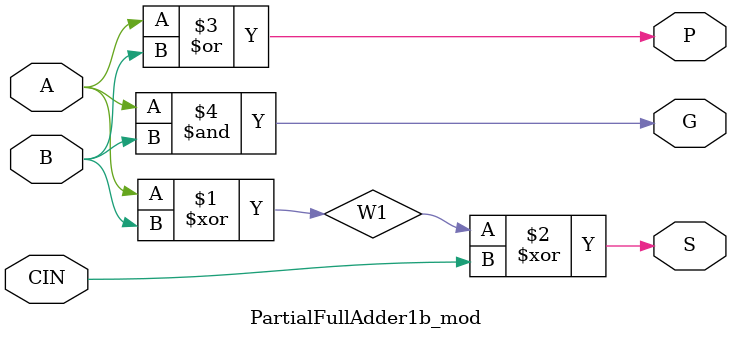
<source format=v>
module PartialFullAdder1b_mod (
    input A, B, CIN,
    output S, P, G
);
wire W1;

    xor U1 (W1, A, B);
    xor U2 (S, W1, CIN);
    or U3 (P, A, B);
    and U4 (G, A, B);

endmodule

</source>
